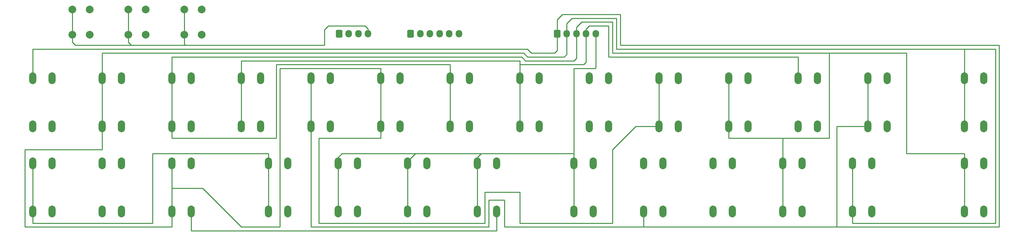
<source format=gbr>
%TF.GenerationSoftware,KiCad,Pcbnew,(6.0.8)*%
%TF.CreationDate,2022-12-29T19:13:16+02:00*%
%TF.ProjectId,mahjong_control_panel_with_service,6d61686a-6f6e-4675-9f63-6f6e74726f6c,rev?*%
%TF.SameCoordinates,Original*%
%TF.FileFunction,Copper,L2,Bot*%
%TF.FilePolarity,Positive*%
%FSLAX46Y46*%
G04 Gerber Fmt 4.6, Leading zero omitted, Abs format (unit mm)*
G04 Created by KiCad (PCBNEW (6.0.8)) date 2022-12-29 19:13:16*
%MOMM*%
%LPD*%
G01*
G04 APERTURE LIST*
G04 Aperture macros list*
%AMRoundRect*
0 Rectangle with rounded corners*
0 $1 Rounding radius*
0 $2 $3 $4 $5 $6 $7 $8 $9 X,Y pos of 4 corners*
0 Add a 4 corners polygon primitive as box body*
4,1,4,$2,$3,$4,$5,$6,$7,$8,$9,$2,$3,0*
0 Add four circle primitives for the rounded corners*
1,1,$1+$1,$2,$3*
1,1,$1+$1,$4,$5*
1,1,$1+$1,$6,$7*
1,1,$1+$1,$8,$9*
0 Add four rect primitives between the rounded corners*
20,1,$1+$1,$2,$3,$4,$5,0*
20,1,$1+$1,$4,$5,$6,$7,0*
20,1,$1+$1,$6,$7,$8,$9,0*
20,1,$1+$1,$8,$9,$2,$3,0*%
G04 Aperture macros list end*
%TA.AperFunction,ComponentPad*%
%ADD10O,1.850000X3.048000*%
%TD*%
%TA.AperFunction,ComponentPad*%
%ADD11C,2.000000*%
%TD*%
%TA.AperFunction,ComponentPad*%
%ADD12RoundRect,0.250000X-0.600000X-0.725000X0.600000X-0.725000X0.600000X0.725000X-0.600000X0.725000X0*%
%TD*%
%TA.AperFunction,ComponentPad*%
%ADD13O,1.700000X1.950000*%
%TD*%
%TA.AperFunction,Conductor*%
%ADD14C,0.250000*%
%TD*%
G04 APERTURE END LIST*
D10*
%TO.P,H,1,C*%
%TO.N,COM3-10*%
X153000000Y-42500000D03*
X153000000Y-55000000D03*
%TO.P,H,2,D*%
%TO.N,KEY1-5*%
X158000000Y-55000000D03*
X158000000Y-42500000D03*
%TD*%
%TO.P,C,1,C*%
%TO.N,COM2-6*%
X63000000Y-55000000D03*
X63000000Y-42500000D03*
%TO.P,C,2,D*%
%TO.N,KEY0-4*%
X68000000Y-42500000D03*
X68000000Y-55000000D03*
%TD*%
%TO.P,I,1,C*%
%TO.N,COM0-3*%
X171000000Y-55000000D03*
X171000000Y-42500000D03*
%TO.P,I,2,D*%
%TO.N,KEY2-8*%
X176000000Y-55000000D03*
X176000000Y-42500000D03*
%TD*%
%TO.P,RIICHI,1,C*%
%TO.N,COM1-2*%
X239000000Y-77000000D03*
X239000000Y-64500000D03*
%TO.P,RIICHI,2,D*%
%TO.N,KEY4-11*%
X244000000Y-77000000D03*
X244000000Y-64500000D03*
%TD*%
%TO.P,RON,1,C*%
%TO.N,COM2-6*%
X268000000Y-64500000D03*
X268000000Y-77000000D03*
%TO.P,RON,2,D*%
%TO.N,KEY4-11*%
X273000000Y-77000000D03*
X273000000Y-64500000D03*
%TD*%
%TO.P,KAN,1,C*%
%TO.N,COM0-3*%
X185000000Y-77000000D03*
X185000000Y-64500000D03*
%TO.P,KAN,2,D*%
%TO.N,KEY4-11*%
X190000000Y-64500000D03*
X190000000Y-77000000D03*
%TD*%
%TO.P,LAST,1,C*%
%TO.N,COM4-7*%
X167000000Y-64500000D03*
X167000000Y-77000000D03*
%TO.P,LAST,2,D*%
%TO.N,KEY0-4*%
X172000000Y-64500000D03*
X172000000Y-77000000D03*
%TD*%
%TO.P,D,1,C*%
%TO.N,COM3-10*%
X81000000Y-55000000D03*
X81000000Y-42500000D03*
%TO.P,D,2,D*%
%TO.N,KEY0-4*%
X86000000Y-55000000D03*
X86000000Y-42500000D03*
%TD*%
D11*
%TO.P,TEST,1,C*%
%TO.N,GND*%
X51750000Y-31250000D03*
X51750000Y-24750000D03*
%TO.P,TEST,2,D*%
%TO.N,Test*%
X56250000Y-24750000D03*
X56250000Y-31250000D03*
%TD*%
D10*
%TO.P,K,1,C*%
%TO.N,COM2-6*%
X207000000Y-55000000D03*
X207000000Y-42500000D03*
%TO.P,K,2,D*%
%TO.N,KEY2-8*%
X212000000Y-55000000D03*
X212000000Y-42500000D03*
%TD*%
%TO.P,PON,1,C*%
%TO.N,COM3-10*%
X203000000Y-77000000D03*
X203000000Y-64500000D03*
%TO.P,PON,2,D*%
%TO.N,KEY3-9*%
X208000000Y-77000000D03*
X208000000Y-64500000D03*
%TD*%
%TO.P,BIG,1,C*%
%TO.N,COM4-7*%
X124000000Y-64500000D03*
X124000000Y-77000000D03*
%TO.P,BIG,2,D*%
%TO.N,KEY4-11*%
X129000000Y-77000000D03*
X129000000Y-64500000D03*
%TD*%
%TO.P,N,1,C*%
%TO.N,COM1-2*%
X268000000Y-42500000D03*
X268000000Y-55000000D03*
%TO.P,N,2,D*%
%TO.N,KEY3-9*%
X273000000Y-42500000D03*
X273000000Y-55000000D03*
%TD*%
%TO.P,F,1,C*%
%TO.N,COM1-2*%
X117000000Y-42500000D03*
X117000000Y-55000000D03*
%TO.P,F,2,D*%
%TO.N,KEY1-5*%
X122000000Y-55000000D03*
X122000000Y-42500000D03*
%TD*%
%TO.P,TAKE,1,C*%
%TO.N,COM4-7*%
X88000000Y-64500000D03*
X88000000Y-77000000D03*
%TO.P,TAKE,2,D*%
%TO.N,KEY1-5*%
X93000000Y-77000000D03*
X93000000Y-64500000D03*
%TD*%
D12*
%TO.P,SERVICE,1,Pin_1*%
%TO.N,Coin*%
X106250000Y-30975000D03*
D13*
%TO.P,SERVICE,2,Pin_2*%
%TO.N,Test*%
X108750000Y-30975000D03*
%TO.P,SERVICE,3,Pin_3*%
%TO.N,Service*%
X111250000Y-30975000D03*
%TO.P,SERVICE,4,Pin_4*%
%TO.N,GND*%
X113750000Y-30975000D03*
%TD*%
D10*
%TO.P,G,1,C*%
%TO.N,COM2-6*%
X135000000Y-42500000D03*
X135000000Y-55000000D03*
%TO.P,G,2,D*%
%TO.N,KEY1-5*%
X140000000Y-55000000D03*
X140000000Y-42500000D03*
%TD*%
%TO.P,BET,1,C*%
%TO.N,COM1-2*%
X63000000Y-64500000D03*
X63000000Y-77000000D03*
%TO.P,BET,2,D*%
%TO.N,KEY5-1*%
X68000000Y-64500000D03*
X68000000Y-77000000D03*
%TD*%
D12*
%TO.P,KEY,1,Pin_1*%
%TO.N,KEY0-4*%
X124750000Y-30975000D03*
D13*
%TO.P,KEY,2,Pin_2*%
%TO.N,KEY1-5*%
X127250000Y-30975000D03*
%TO.P,KEY,3,Pin_3*%
%TO.N,KEY2-8*%
X129750000Y-30975000D03*
%TO.P,KEY,4,Pin_4*%
%TO.N,KEY3-9*%
X132250000Y-30975000D03*
%TO.P,KEY,5,Pin_5*%
%TO.N,KEY4-11*%
X134750000Y-30975000D03*
%TO.P,KEY,6,Pin_6*%
%TO.N,KEY5-1*%
X137250000Y-30975000D03*
%TD*%
D10*
%TO.P,F.F.,1,C*%
%TO.N,COM4-7*%
X27000000Y-64500000D03*
X27000000Y-77000000D03*
%TO.P,F.F.,2,D*%
%TO.N,KEY3-9*%
X32000000Y-64500000D03*
X32000000Y-77000000D03*
%TD*%
%TO.P,WUP,1,C*%
%TO.N,COM4-7*%
X106000000Y-77000000D03*
X106000000Y-64500000D03*
%TO.P,WUP,2,D*%
%TO.N,KEY2-8*%
X111000000Y-77000000D03*
X111000000Y-64500000D03*
%TD*%
%TO.P,START,1,C*%
%TO.N,COM0-3*%
X45000000Y-77000000D03*
X45000000Y-64500000D03*
%TO.P,START,2,D*%
%TO.N,KEY5-1*%
X50000000Y-64500000D03*
X50000000Y-77000000D03*
%TD*%
%TO.P,M,1,C*%
%TO.N,COM0-3*%
X243000000Y-55000000D03*
X243000000Y-42500000D03*
%TO.P,M,2,D*%
%TO.N,KEY3-9*%
X248000000Y-42500000D03*
X248000000Y-55000000D03*
%TD*%
D11*
%TO.P,COIN,1,C*%
%TO.N,GND*%
X37250000Y-31250000D03*
X37250000Y-24750000D03*
%TO.P,COIN,2,D*%
%TO.N,Coin*%
X41750000Y-24750000D03*
X41750000Y-31250000D03*
%TD*%
D10*
%TO.P,L,1,C*%
%TO.N,COM3-10*%
X225000000Y-42500000D03*
X225000000Y-55000000D03*
%TO.P,L,2,D*%
%TO.N,KEY2-8*%
X230000000Y-42500000D03*
X230000000Y-55000000D03*
%TD*%
%TO.P,CHI,1,C*%
%TO.N,COM2-6*%
X221000000Y-77000000D03*
X221000000Y-64500000D03*
%TO.P,CHI,2,D*%
%TO.N,KEY3-9*%
X226000000Y-64500000D03*
X226000000Y-77000000D03*
%TD*%
D11*
%TO.P,SERVICE,1,C*%
%TO.N,GND*%
X66250000Y-31250000D03*
X66250000Y-24750000D03*
%TO.P,SERVICE,2,D*%
%TO.N,Service*%
X70750000Y-24750000D03*
X70750000Y-31250000D03*
%TD*%
D10*
%TO.P,B,1,C*%
%TO.N,COM1-2*%
X45000000Y-42500000D03*
X45000000Y-55000000D03*
%TO.P,B,2,D*%
%TO.N,KEY0-4*%
X50000000Y-42500000D03*
X50000000Y-55000000D03*
%TD*%
%TO.P,A,1,C*%
%TO.N,COM0-3*%
X27000000Y-55000000D03*
X27000000Y-42500000D03*
%TO.P,A,2,D*%
%TO.N,KEY0-4*%
X32000000Y-55000000D03*
X32000000Y-42500000D03*
%TD*%
D12*
%TO.P,COM,1,Pin_1*%
%TO.N,COM0-3*%
X162650000Y-31000000D03*
D13*
%TO.P,COM,2,Pin_2*%
%TO.N,COM1-2*%
X165150000Y-31000000D03*
%TO.P,COM,3,Pin_3*%
%TO.N,COM2-6*%
X167650000Y-31000000D03*
%TO.P,COM,4,Pin_4*%
%TO.N,COM3-10*%
X170150000Y-31000000D03*
%TO.P,COM,5,Pin_5*%
%TO.N,COM4-7*%
X172650000Y-31000000D03*
%TD*%
D10*
%TO.P,E,1,C*%
%TO.N,COM0-3*%
X99000000Y-55000000D03*
X99000000Y-42500000D03*
%TO.P,E,2,D*%
%TO.N,KEY1-5*%
X104000000Y-55000000D03*
X104000000Y-42500000D03*
%TD*%
%TO.P,SMALL,1,C*%
%TO.N,COM4-7*%
X142000000Y-64500000D03*
X142000000Y-77000000D03*
%TO.P,SMALL,2,D*%
%TO.N,KEY5-1*%
X147000000Y-64500000D03*
X147000000Y-77000000D03*
%TD*%
%TO.P,J,1,C*%
%TO.N,COM1-2*%
X189000000Y-42500000D03*
X189000000Y-55000000D03*
%TO.P,J,2,D*%
%TO.N,KEY2-8*%
X194000000Y-42500000D03*
X194000000Y-55000000D03*
%TD*%
D14*
%TO.N,GND*%
X113000000Y-29000000D02*
X103500000Y-29000000D01*
X37250000Y-33250000D02*
X37250000Y-32000000D01*
X66250000Y-33750000D02*
X66500000Y-34000000D01*
X51750000Y-33250000D02*
X51750000Y-31250000D01*
X102500000Y-30000000D02*
X102500000Y-34000000D01*
X53000000Y-34000000D02*
X47500000Y-34000000D01*
X102500000Y-34000000D02*
X47500000Y-34000000D01*
X113750000Y-29750000D02*
X113000000Y-29000000D01*
X52500000Y-34000000D02*
X51750000Y-33250000D01*
X37250000Y-32000000D02*
X37250000Y-25500000D01*
X47500000Y-34000000D02*
X38000000Y-34000000D01*
X53000000Y-34000000D02*
X52500000Y-34000000D01*
X113750000Y-30975000D02*
X113750000Y-29750000D01*
X51750000Y-31250000D02*
X51750000Y-24750000D01*
X103500000Y-29000000D02*
X102500000Y-30000000D01*
X66250000Y-31250000D02*
X66250000Y-33750000D01*
X38000000Y-34000000D02*
X37250000Y-33250000D01*
X66250000Y-24750000D02*
X66250000Y-31250000D01*
%TO.N,KEY5-1*%
X147000000Y-77000000D02*
X147000000Y-82000000D01*
X147000000Y-82000000D02*
X68000000Y-82000000D01*
X68000000Y-82000000D02*
X68000000Y-77000000D01*
%TO.N,COM4-7*%
X58000000Y-80000000D02*
X58000000Y-62000000D01*
X172650000Y-39850000D02*
X172650000Y-31000000D01*
X167000000Y-64500000D02*
X167000000Y-62000000D01*
X27000000Y-80000000D02*
X58000000Y-80000000D01*
X124000000Y-64500000D02*
X124000000Y-64000000D01*
X124000000Y-64000000D02*
X126000000Y-62000000D01*
X88000000Y-64500000D02*
X88000000Y-77000000D01*
X167000000Y-40000000D02*
X172500000Y-40000000D01*
X88000000Y-62000000D02*
X88000000Y-64500000D01*
X124000000Y-77000000D02*
X124000000Y-64500000D01*
X106000000Y-63000000D02*
X107000000Y-62000000D01*
X167000000Y-77000000D02*
X167000000Y-64500000D01*
X142000000Y-63000000D02*
X143000000Y-62000000D01*
X58000000Y-62000000D02*
X88000000Y-62000000D01*
X144000000Y-62000000D02*
X167000000Y-62000000D01*
X27000000Y-64500000D02*
X27000000Y-77000000D01*
X131000000Y-62000000D02*
X144000000Y-62000000D01*
X167000000Y-62000000D02*
X167000000Y-40000000D01*
X106000000Y-77000000D02*
X106000000Y-64500000D01*
X142000000Y-77000000D02*
X142000000Y-64500000D01*
X126000000Y-62000000D02*
X131000000Y-62000000D01*
X143000000Y-62000000D02*
X144000000Y-62000000D01*
X172500000Y-40000000D02*
X172650000Y-39850000D01*
X142000000Y-64500000D02*
X142000000Y-63000000D01*
X27000000Y-77000000D02*
X27000000Y-80000000D01*
X107000000Y-62000000D02*
X131000000Y-62000000D01*
X106000000Y-64500000D02*
X106000000Y-63000000D01*
%TO.N,COM3-10*%
X176000000Y-37000000D02*
X176000000Y-29000000D01*
X153000000Y-42500000D02*
X153000000Y-39500000D01*
X170150000Y-38350000D02*
X170150000Y-31000000D01*
X153000000Y-39500000D02*
X153000000Y-39000000D01*
X225000000Y-42500000D02*
X225000000Y-37000000D01*
X81000000Y-55000000D02*
X81000000Y-42500000D01*
X153000000Y-39500000D02*
X153000000Y-38000000D01*
X153000000Y-38000000D02*
X81000000Y-38000000D01*
X153000000Y-55000000D02*
X153000000Y-42500000D01*
X170150000Y-29850000D02*
X170150000Y-31000000D01*
X169500000Y-39000000D02*
X170150000Y-38350000D01*
X81000000Y-38000000D02*
X81000000Y-42500000D01*
X225000000Y-37000000D02*
X176000000Y-37000000D01*
X153000000Y-39000000D02*
X169500000Y-39000000D01*
X171000000Y-29000000D02*
X170150000Y-29850000D01*
X176000000Y-29000000D02*
X171000000Y-29000000D01*
%TO.N,COM2-6*%
X135000000Y-42500000D02*
X135000000Y-39000000D01*
X167650000Y-35650000D02*
X167650000Y-31000000D01*
X221000000Y-58000000D02*
X224000000Y-58000000D01*
X63000000Y-55000000D02*
X63000000Y-42500000D01*
X169000000Y-28000000D02*
X167650000Y-29350000D01*
X90000000Y-39000000D02*
X90000000Y-58000000D01*
X90000000Y-39000000D02*
X135000000Y-39000000D01*
X135000000Y-42500000D02*
X135000000Y-55000000D01*
X177000000Y-36000000D02*
X177000000Y-28000000D01*
X207000000Y-55000000D02*
X207000000Y-58000000D01*
X63000000Y-42500000D02*
X63000000Y-37000000D01*
X221000000Y-64500000D02*
X221000000Y-58000000D01*
X221000000Y-77000000D02*
X221000000Y-64500000D01*
X63000000Y-58000000D02*
X63000000Y-55000000D01*
X167650000Y-37350000D02*
X167000000Y-38000000D01*
X167650000Y-35650000D02*
X167650000Y-37350000D01*
X207000000Y-55000000D02*
X207000000Y-42500000D01*
X253000000Y-62000000D02*
X253000000Y-36000000D01*
X253000000Y-36000000D02*
X233000000Y-36000000D01*
X268000000Y-77000000D02*
X268000000Y-64500000D01*
X268000000Y-64500000D02*
X268000000Y-62000000D01*
X233000000Y-36000000D02*
X177000000Y-36000000D01*
X207000000Y-58000000D02*
X224000000Y-58000000D01*
X154500000Y-38000000D02*
X153500000Y-37000000D01*
X268000000Y-62000000D02*
X253000000Y-62000000D01*
X224000000Y-58000000D02*
X233000000Y-58000000D01*
X167650000Y-29350000D02*
X167650000Y-31000000D01*
X167000000Y-38000000D02*
X154500000Y-38000000D01*
X233000000Y-58000000D02*
X233000000Y-36000000D01*
X90000000Y-58000000D02*
X63000000Y-58000000D01*
X177000000Y-28000000D02*
X169000000Y-28000000D01*
X153500000Y-37000000D02*
X63000000Y-37000000D01*
%TO.N,COM1-2*%
X177000000Y-61000000D02*
X177000000Y-80000000D01*
X144000000Y-80000000D02*
X101000000Y-80000000D01*
X91000000Y-40000000D02*
X91000000Y-81000000D01*
X155000000Y-37000000D02*
X164500000Y-37000000D01*
X178000000Y-27000000D02*
X166500000Y-27000000D01*
X117000000Y-42500000D02*
X117000000Y-40000000D01*
X101000000Y-80000000D02*
X101000000Y-58000000D01*
X164500000Y-37000000D02*
X165150000Y-36350000D01*
X154000000Y-36000000D02*
X155000000Y-37000000D01*
X239000000Y-80000000D02*
X276000000Y-80000000D01*
X63000000Y-77000000D02*
X63000000Y-81000000D01*
X71000000Y-71000000D02*
X63000000Y-71000000D01*
X239000000Y-64500000D02*
X239000000Y-77000000D01*
X25000000Y-64133233D02*
X25000000Y-61000000D01*
X101000000Y-58000000D02*
X117000000Y-58000000D01*
X63000000Y-64500000D02*
X63000000Y-71000000D01*
X189000000Y-42500000D02*
X189000000Y-55000000D01*
X166500000Y-27000000D02*
X165150000Y-28350000D01*
X189000000Y-55000000D02*
X183000000Y-55000000D01*
X45000000Y-36000000D02*
X154000000Y-36000000D01*
X25000000Y-61000000D02*
X31000000Y-61000000D01*
X45000000Y-61000000D02*
X45000000Y-55000000D01*
X178000000Y-35000000D02*
X178000000Y-27000000D01*
X165150000Y-28350000D02*
X165150000Y-31000000D01*
X45000000Y-55000000D02*
X45000000Y-42500000D01*
X165150000Y-36350000D02*
X165150000Y-31000000D01*
X268000000Y-35000000D02*
X178000000Y-35000000D01*
X268000000Y-55000000D02*
X268000000Y-42500000D01*
X117000000Y-40000000D02*
X91000000Y-40000000D01*
X239000000Y-77000000D02*
X239000000Y-80000000D01*
X144000000Y-72000000D02*
X144000000Y-80000000D01*
X153000000Y-80000000D02*
X153000000Y-72000000D01*
X276000000Y-80000000D02*
X276000000Y-35000000D01*
X45000000Y-42500000D02*
X45000000Y-36000000D01*
X25000000Y-81000000D02*
X25000000Y-64133233D01*
X117000000Y-58000000D02*
X117000000Y-55000000D01*
X153000000Y-72000000D02*
X144000000Y-72000000D01*
X81000000Y-81000000D02*
X71000000Y-71000000D01*
X63000000Y-81000000D02*
X25000000Y-81000000D01*
X63000000Y-71000000D02*
X63000000Y-77000000D01*
X268000000Y-42500000D02*
X268000000Y-35000000D01*
X276000000Y-35000000D02*
X268000000Y-35000000D01*
X28133233Y-61000000D02*
X45000000Y-61000000D01*
X183000000Y-55000000D02*
X177000000Y-61000000D01*
X177000000Y-80000000D02*
X153000000Y-80000000D01*
X117000000Y-55000000D02*
X117000000Y-42500000D01*
X91000000Y-81000000D02*
X81000000Y-81000000D01*
%TO.N,COM0-3*%
X235000000Y-80000000D02*
X235000000Y-81000000D01*
X145000000Y-81000000D02*
X145000000Y-74000000D01*
X179000000Y-26000000D02*
X164000000Y-26000000D01*
X145000000Y-74000000D02*
X149000000Y-74000000D01*
X99000000Y-55000000D02*
X99000000Y-42500000D01*
X243000000Y-55000000D02*
X243000000Y-42500000D01*
X156000000Y-36000000D02*
X162000000Y-36000000D01*
X27000000Y-42500000D02*
X27000000Y-35000000D01*
X179000000Y-34000000D02*
X179000000Y-26000000D01*
X235000000Y-55000000D02*
X235000000Y-80000000D01*
X149000000Y-81000000D02*
X277000000Y-81000000D01*
X164000000Y-26000000D02*
X162650000Y-27350000D01*
X185000000Y-80000000D02*
X185000000Y-81000000D01*
X162650000Y-35350000D02*
X162650000Y-31000000D01*
X27000000Y-35000000D02*
X155000000Y-35000000D01*
X243000000Y-55000000D02*
X235000000Y-55000000D01*
X99000000Y-81000000D02*
X145000000Y-81000000D01*
X185000000Y-77000000D02*
X185000000Y-80000000D01*
X162000000Y-36000000D02*
X162650000Y-35350000D01*
X155000000Y-35000000D02*
X156000000Y-36000000D01*
X99000000Y-55000000D02*
X99000000Y-81000000D01*
X149000000Y-74000000D02*
X149000000Y-81000000D01*
X277000000Y-81000000D02*
X277000000Y-34000000D01*
X162650000Y-27350000D02*
X162650000Y-31000000D01*
X277000000Y-34000000D02*
X179000000Y-34000000D01*
%TD*%
M02*

</source>
